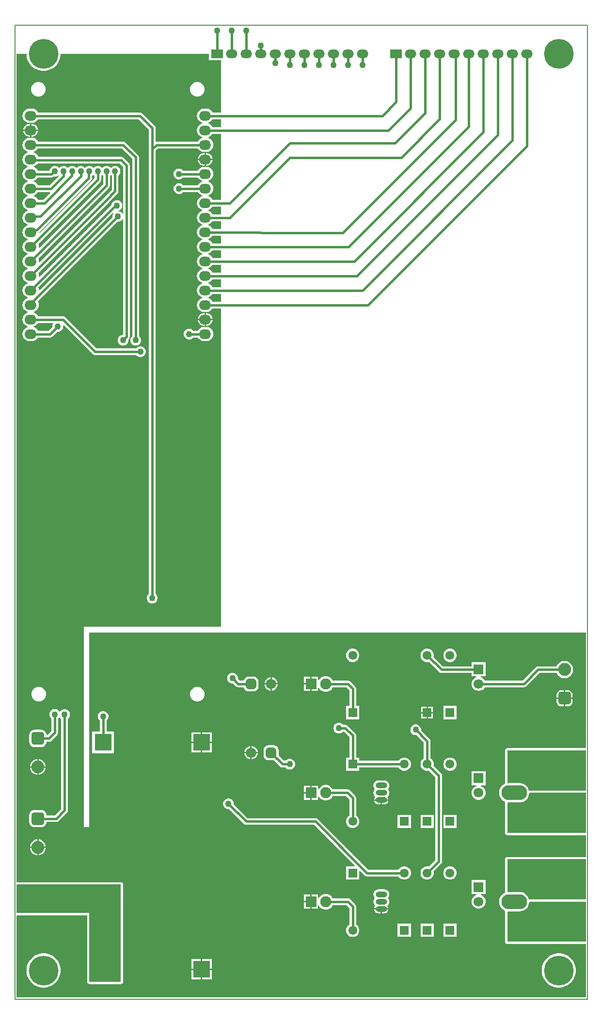
<source format=gbl>
G04*
G04 #@! TF.GenerationSoftware,Altium Limited,Altium Designer,21.8.1 (53)*
G04*
G04 Layer_Physical_Order=2*
G04 Layer_Color=16711680*
%FSLAX25Y25*%
%MOIN*%
G70*
G04*
G04 #@! TF.SameCoordinates,A1411363-43AB-4F6E-8D2E-BD86F2085DDB*
G04*
G04*
G04 #@! TF.FilePolarity,Positive*
G04*
G01*
G75*
%ADD10C,0.00787*%
%ADD24C,0.07087*%
%ADD31R,0.07677X0.07677*%
%ADD32C,0.07677*%
%ADD35C,0.01500*%
G04:AMPARAMS|DCode=36|XSize=70.87mil|YSize=70.87mil|CornerRadius=17.72mil|HoleSize=0mil|Usage=FLASHONLY|Rotation=180.000|XOffset=0mil|YOffset=0mil|HoleType=Round|Shape=RoundedRectangle|*
%AMROUNDEDRECTD36*
21,1,0.07087,0.03543,0,0,180.0*
21,1,0.03543,0.07087,0,0,180.0*
1,1,0.03543,-0.01772,0.01772*
1,1,0.03543,0.01772,0.01772*
1,1,0.03543,0.01772,-0.01772*
1,1,0.03543,-0.01772,-0.01772*
%
%ADD36ROUNDEDRECTD36*%
%ADD37O,0.07953X0.05984*%
%ADD38R,0.07953X0.05984*%
%ADD39O,0.08268X0.06693*%
G04:AMPARAMS|DCode=40|XSize=88.58mil|YSize=88.58mil|CornerRadius=22.15mil|HoleSize=0mil|Usage=FLASHONLY|Rotation=90.000|XOffset=0mil|YOffset=0mil|HoleType=Round|Shape=RoundedRectangle|*
%AMROUNDEDRECTD40*
21,1,0.08858,0.04429,0,0,90.0*
21,1,0.04429,0.08858,0,0,90.0*
1,1,0.04429,0.02215,0.02215*
1,1,0.04429,0.02215,-0.02215*
1,1,0.04429,-0.02215,-0.02215*
1,1,0.04429,-0.02215,0.02215*
%
%ADD40ROUNDEDRECTD40*%
%ADD41C,0.08858*%
%ADD42R,0.06693X0.06693*%
%ADD43C,0.06693*%
%ADD44C,0.06102*%
%ADD45R,0.06102X0.06102*%
%ADD46O,0.07874X0.03937*%
%ADD47O,0.07874X0.03937*%
%ADD48O,0.17717X0.10236*%
%ADD49C,0.20472*%
%ADD50R,0.11811X0.11811*%
%ADD51C,0.04331*%
G36*
X879900Y1068129D02*
X888132D01*
Y1032278D01*
X882349D01*
X882287Y1032428D01*
X881510Y1033440D01*
X880498Y1034217D01*
X879319Y1034705D01*
X878054Y1034872D01*
X876479D01*
X875214Y1034705D01*
X874035Y1034217D01*
X873022Y1033440D01*
X872245Y1032428D01*
X871757Y1031249D01*
X871591Y1029984D01*
X871757Y1028718D01*
X872245Y1027539D01*
X873022Y1026527D01*
X874035Y1025750D01*
X875214Y1025262D01*
X875412Y1025236D01*
Y1024731D01*
X875214Y1024705D01*
X874035Y1024217D01*
X873022Y1023440D01*
X872245Y1022428D01*
X871757Y1021249D01*
X871591Y1019983D01*
X871757Y1018718D01*
X872245Y1017539D01*
X873022Y1016527D01*
X874035Y1015750D01*
X875214Y1015262D01*
X875412Y1015236D01*
Y1014731D01*
X875214Y1014705D01*
X874035Y1014217D01*
X873022Y1013440D01*
X872245Y1012428D01*
X872183Y1012278D01*
X843743D01*
X843569Y1012243D01*
X843182Y1012560D01*
Y1021428D01*
X843008Y1022305D01*
X842510Y1023050D01*
X833954Y1031606D01*
X833210Y1032103D01*
X832332Y1032278D01*
X762349D01*
X762287Y1032428D01*
X761510Y1033440D01*
X760498Y1034217D01*
X759319Y1034705D01*
X758054Y1034872D01*
X756479D01*
X755214Y1034705D01*
X754035Y1034217D01*
X753022Y1033440D01*
X752245Y1032428D01*
X751757Y1031249D01*
X751590Y1029984D01*
X751757Y1028718D01*
X752245Y1027539D01*
X753022Y1026527D01*
X754035Y1025750D01*
X755214Y1025262D01*
X756479Y1025095D01*
X758054D01*
X759319Y1025262D01*
X760498Y1025750D01*
X761510Y1026527D01*
X762287Y1027539D01*
X762349Y1027689D01*
X831382D01*
X838594Y1020477D01*
Y1007129D01*
Y701495D01*
X837955Y700856D01*
X837473Y700020D01*
X837223Y699088D01*
Y698123D01*
X837473Y697191D01*
X837955Y696355D01*
X838638Y695673D01*
X839474Y695190D01*
X840406Y694940D01*
X841371D01*
X842303Y695190D01*
X843139Y695673D01*
X843821Y696355D01*
X844304Y697191D01*
X844554Y698123D01*
Y699088D01*
X844304Y700020D01*
X843821Y700856D01*
X843182Y701495D01*
Y1006178D01*
X844693Y1007689D01*
X872183D01*
X872245Y1007539D01*
X873022Y1006527D01*
X874035Y1005750D01*
X875214Y1005262D01*
X876479Y1005095D01*
X878054D01*
X879319Y1005262D01*
X880498Y1005750D01*
X881510Y1006527D01*
X882287Y1007539D01*
X882775Y1008718D01*
X882942Y1009984D01*
X882775Y1011249D01*
X882287Y1012428D01*
X881510Y1013440D01*
X880498Y1014217D01*
X879319Y1014705D01*
X879120Y1014731D01*
Y1015236D01*
X879319Y1015262D01*
X880498Y1015750D01*
X881510Y1016527D01*
X882287Y1017539D01*
X882349Y1017689D01*
X888132D01*
Y972278D01*
X882349D01*
X882287Y972428D01*
X881510Y973440D01*
X880498Y974217D01*
X879319Y974705D01*
X879120Y974731D01*
Y975236D01*
X879319Y975262D01*
X880498Y975750D01*
X881510Y976527D01*
X882287Y977539D01*
X882775Y978718D01*
X882942Y979984D01*
X882775Y981249D01*
X882287Y982428D01*
X881510Y983440D01*
X880498Y984217D01*
X879319Y984705D01*
X879120Y984731D01*
Y985236D01*
X879319Y985262D01*
X880498Y985750D01*
X881510Y986527D01*
X882287Y987539D01*
X882775Y988718D01*
X882942Y989983D01*
X882775Y991249D01*
X882287Y992428D01*
X881510Y993440D01*
X880498Y994217D01*
X879319Y994705D01*
X878054Y994872D01*
X876479D01*
X875214Y994705D01*
X874035Y994217D01*
X873022Y993440D01*
X872245Y992428D01*
X872183Y992278D01*
X861948D01*
X861309Y992916D01*
X860473Y993399D01*
X859541Y993649D01*
X858576D01*
X857643Y993399D01*
X856808Y992916D01*
X856125Y992234D01*
X855643Y991398D01*
X855393Y990466D01*
Y989501D01*
X855643Y988569D01*
X856125Y987733D01*
X856808Y987051D01*
X857643Y986568D01*
X858576Y986318D01*
X859541D01*
X860473Y986568D01*
X861309Y987051D01*
X861948Y987689D01*
X872183D01*
X872245Y987539D01*
X873022Y986527D01*
X874035Y985750D01*
X875214Y985262D01*
X875412Y985236D01*
Y984731D01*
X875214Y984705D01*
X874035Y984217D01*
X873022Y983440D01*
X872245Y982428D01*
X872183Y982278D01*
X862152D01*
X861513Y982917D01*
X860678Y983399D01*
X859745Y983649D01*
X858780D01*
X857848Y983399D01*
X857012Y982917D01*
X856330Y982234D01*
X855847Y981398D01*
X855597Y980466D01*
Y979501D01*
X855847Y978569D01*
X856330Y977733D01*
X857012Y977050D01*
X857848Y976568D01*
X858780Y976318D01*
X859745D01*
X860678Y976568D01*
X861513Y977050D01*
X862152Y977689D01*
X872183D01*
X872245Y977539D01*
X873022Y976527D01*
X874035Y975750D01*
X875214Y975262D01*
X875412Y975236D01*
Y974731D01*
X875214Y974705D01*
X874035Y974217D01*
X873022Y973440D01*
X872245Y972428D01*
X871757Y971249D01*
X871591Y969983D01*
X871757Y968718D01*
X872245Y967539D01*
X873022Y966527D01*
X874035Y965750D01*
X875214Y965262D01*
X875412Y965236D01*
Y964731D01*
X875214Y964705D01*
X874035Y964217D01*
X873022Y963440D01*
X872245Y962428D01*
X871757Y961249D01*
X871591Y959984D01*
X871757Y958718D01*
X872245Y957539D01*
X873022Y956527D01*
X874035Y955750D01*
X875214Y955262D01*
X875412Y955236D01*
Y954731D01*
X875214Y954705D01*
X874035Y954217D01*
X873022Y953440D01*
X872245Y952428D01*
X871757Y951249D01*
X871591Y949984D01*
X871757Y948718D01*
X872245Y947539D01*
X873022Y946527D01*
X874035Y945750D01*
X875214Y945262D01*
X875412Y945236D01*
Y944731D01*
X875214Y944705D01*
X874035Y944217D01*
X873022Y943440D01*
X872245Y942428D01*
X871757Y941249D01*
X871591Y939983D01*
X871757Y938718D01*
X872245Y937539D01*
X873022Y936527D01*
X874035Y935750D01*
X875214Y935262D01*
X875412Y935236D01*
Y934731D01*
X875214Y934705D01*
X874035Y934217D01*
X873022Y933440D01*
X872245Y932428D01*
X871757Y931249D01*
X871591Y929984D01*
X871757Y928718D01*
X872245Y927539D01*
X873022Y926527D01*
X874035Y925750D01*
X875214Y925262D01*
X875412Y925236D01*
Y924731D01*
X875214Y924705D01*
X874035Y924217D01*
X873022Y923440D01*
X872245Y922428D01*
X871757Y921249D01*
X871591Y919983D01*
X871757Y918718D01*
X872245Y917539D01*
X873022Y916527D01*
X874035Y915750D01*
X875214Y915262D01*
X875412Y915236D01*
Y914731D01*
X875214Y914705D01*
X874035Y914217D01*
X873022Y913440D01*
X872245Y912428D01*
X871757Y911249D01*
X871591Y909984D01*
X871757Y908718D01*
X872245Y907539D01*
X873022Y906527D01*
X874035Y905750D01*
X875214Y905262D01*
X875412Y905236D01*
Y904731D01*
X875214Y904705D01*
X874035Y904217D01*
X873022Y903440D01*
X872245Y902428D01*
X871757Y901249D01*
X871591Y899984D01*
X871757Y898718D01*
X872245Y897539D01*
X873022Y896527D01*
X874035Y895750D01*
X875214Y895262D01*
X876479Y895095D01*
X878054D01*
X879319Y895262D01*
X880498Y895750D01*
X881510Y896527D01*
X882287Y897539D01*
X882349Y897689D01*
X888132D01*
Y678921D01*
X793644D01*
Y541125D01*
X797581D01*
Y674983D01*
X1139081Y674984D01*
X1139081Y595443D01*
X1084983D01*
X1084398Y595327D01*
X1083901Y594995D01*
X1083570Y594499D01*
X1083453Y593914D01*
Y571673D01*
X1083461Y571635D01*
X1083455Y571598D01*
X1083519Y571344D01*
X1083570Y571088D01*
X1083192Y570769D01*
X1083187Y570766D01*
X1082272Y570277D01*
X1081265Y569450D01*
X1080438Y568442D01*
X1079823Y567292D01*
X1079445Y566045D01*
X1079317Y564747D01*
X1079445Y563450D01*
X1079823Y562202D01*
X1080438Y561053D01*
X1081265Y560045D01*
X1082272Y559218D01*
X1083187Y558729D01*
X1083192Y558726D01*
X1083570Y558407D01*
X1083519Y558151D01*
X1083455Y557897D01*
X1083461Y557859D01*
X1083453Y557822D01*
Y537188D01*
X1083570Y536603D01*
X1083901Y536107D01*
X1084398Y535775D01*
X1084983Y535659D01*
X1139081Y535659D01*
X1139081Y535159D01*
Y521140D01*
X1139081Y520640D01*
X1084983D01*
X1084398Y520524D01*
X1083901Y520192D01*
X1083570Y519696D01*
X1083453Y519110D01*
Y496870D01*
X1083461Y496832D01*
X1083455Y496795D01*
X1083519Y496541D01*
X1083570Y496284D01*
X1083192Y495965D01*
X1083187Y495963D01*
X1082272Y495473D01*
X1081265Y494647D01*
X1080438Y493639D01*
X1079823Y492489D01*
X1079445Y491242D01*
X1079317Y489944D01*
X1079445Y488647D01*
X1079823Y487399D01*
X1080438Y486249D01*
X1081265Y485242D01*
X1082272Y484415D01*
X1083187Y483926D01*
X1083192Y483923D01*
X1083570Y483604D01*
X1083519Y483347D01*
X1083455Y483094D01*
X1083461Y483056D01*
X1083453Y483019D01*
Y462385D01*
X1083570Y461800D01*
X1083901Y461304D01*
X1084398Y460972D01*
X1084983Y460856D01*
X1139081Y460856D01*
Y424035D01*
X747420D01*
Y480541D01*
X796052D01*
Y434826D01*
X796168Y434241D01*
X796500Y433745D01*
X796996Y433413D01*
X797581Y433297D01*
X819235D01*
X819820Y433413D01*
X820316Y433745D01*
X820648Y434241D01*
X820764Y434826D01*
Y501755D01*
X820648Y502340D01*
X820316Y502837D01*
X819820Y503168D01*
X819235Y503285D01*
X797581D01*
D01*
X747420D01*
X747420Y503785D01*
X747420Y1072621D01*
X754349D01*
Y1071698D01*
X754638Y1069873D01*
X755209Y1068116D01*
X756047Y1066470D01*
X757133Y1064976D01*
X758439Y1063669D01*
X759934Y1062584D01*
X761580Y1061745D01*
X763337Y1061174D01*
X765161Y1060885D01*
X767009D01*
X768833Y1061174D01*
X770590Y1061745D01*
X772236Y1062584D01*
X773731Y1063669D01*
X775037Y1064976D01*
X776123Y1066470D01*
X776962Y1068116D01*
X777532Y1069873D01*
X777821Y1071698D01*
Y1072621D01*
X879900D01*
Y1068129D01*
D02*
G37*
G36*
X888132Y1022278D02*
X882349D01*
X882287Y1022428D01*
X881510Y1023440D01*
X880498Y1024217D01*
X879319Y1024705D01*
X879120Y1024731D01*
Y1025236D01*
X879319Y1025262D01*
X880498Y1025750D01*
X881510Y1026527D01*
X882287Y1027539D01*
X882349Y1027689D01*
X888132D01*
Y1022278D01*
D02*
G37*
G36*
Y962278D02*
X882349D01*
X882287Y962428D01*
X881510Y963440D01*
X880498Y964217D01*
X879319Y964705D01*
X879120Y964731D01*
Y965236D01*
X879319Y965262D01*
X880498Y965750D01*
X881510Y966527D01*
X882287Y967539D01*
X882349Y967689D01*
X888132D01*
Y962278D01*
D02*
G37*
G36*
Y952278D02*
X882349D01*
X882287Y952428D01*
X881510Y953440D01*
X880498Y954217D01*
X879319Y954705D01*
X879120Y954731D01*
Y955236D01*
X879319Y955262D01*
X880498Y955750D01*
X881510Y956527D01*
X882287Y957539D01*
X882349Y957689D01*
X888132D01*
Y952278D01*
D02*
G37*
G36*
Y942278D02*
X882349D01*
X882287Y942428D01*
X881510Y943440D01*
X880498Y944217D01*
X879319Y944705D01*
X879120Y944731D01*
Y945236D01*
X879319Y945262D01*
X880498Y945750D01*
X881510Y946527D01*
X882287Y947539D01*
X882349Y947689D01*
X888132D01*
Y942278D01*
D02*
G37*
G36*
Y932278D02*
X882349D01*
X882287Y932428D01*
X881510Y933440D01*
X880498Y934217D01*
X879319Y934705D01*
X879120Y934731D01*
Y935236D01*
X879319Y935262D01*
X880498Y935750D01*
X881510Y936527D01*
X882287Y937539D01*
X882349Y937689D01*
X888132D01*
Y932278D01*
D02*
G37*
G36*
Y922278D02*
X882349D01*
X882287Y922428D01*
X881510Y923440D01*
X880498Y924217D01*
X879319Y924705D01*
X879120Y924731D01*
Y925236D01*
X879319Y925262D01*
X880498Y925750D01*
X881510Y926527D01*
X882287Y927539D01*
X882349Y927689D01*
X888132D01*
Y922278D01*
D02*
G37*
G36*
Y912278D02*
X882349D01*
X882287Y912428D01*
X881510Y913440D01*
X880498Y914217D01*
X879319Y914705D01*
X879120Y914731D01*
Y915236D01*
X879319Y915262D01*
X880498Y915750D01*
X881510Y916527D01*
X882287Y917539D01*
X882349Y917689D01*
X888132D01*
Y912278D01*
D02*
G37*
G36*
Y902278D02*
X882349D01*
X882287Y902428D01*
X881510Y903440D01*
X880498Y904217D01*
X879319Y904705D01*
X879120Y904731D01*
Y905236D01*
X879319Y905262D01*
X880498Y905750D01*
X881510Y906527D01*
X882287Y907539D01*
X882349Y907689D01*
X888132D01*
Y902278D01*
D02*
G37*
G36*
X1139081Y566355D02*
X1099876Y566355D01*
X1099591Y567292D01*
X1098977Y568442D01*
X1098150Y569450D01*
X1097142Y570277D01*
X1095992Y570891D01*
X1094745Y571270D01*
X1093447Y571397D01*
X1085967D01*
X1085353Y571337D01*
X1084983Y571673D01*
Y593914D01*
X1139081D01*
Y566355D01*
D02*
G37*
G36*
Y537188D02*
X1084983Y537188D01*
Y557822D01*
X1085353Y558158D01*
X1085967Y558097D01*
X1093447D01*
X1094745Y558225D01*
X1095992Y558603D01*
X1097142Y559218D01*
X1098150Y560045D01*
X1098977Y561053D01*
X1099591Y562202D01*
X1099970Y563450D01*
X1100097Y564747D01*
X1139081D01*
Y537188D01*
D02*
G37*
G36*
Y491551D02*
X1103735Y491551D01*
X1099876D01*
X1099591Y492489D01*
X1098977Y493639D01*
X1098150Y494647D01*
X1097142Y495473D01*
X1095992Y496088D01*
X1094745Y496466D01*
X1093447Y496594D01*
X1085967D01*
X1085353Y496534D01*
X1084983Y496870D01*
Y519110D01*
X1139081D01*
Y491551D01*
D02*
G37*
G36*
X1139081Y462385D02*
X1084983Y462385D01*
Y483019D01*
X1085353Y483355D01*
X1085967Y483294D01*
X1093447D01*
X1094745Y483422D01*
X1095992Y483800D01*
X1097142Y484415D01*
X1098150Y485242D01*
X1098977Y486249D01*
X1099591Y487399D01*
X1099970Y488647D01*
X1100097Y489944D01*
X1139081D01*
X1139081Y462385D01*
D02*
G37*
G36*
X819235Y434826D02*
X797581D01*
Y482070D01*
X747420D01*
X747420Y501755D01*
X819235D01*
Y434826D01*
D02*
G37*
%LPC*%
G36*
X872477Y1053216D02*
X871150D01*
X869867Y1052872D01*
X868717Y1052208D01*
X867778Y1051269D01*
X867114Y1050119D01*
X866770Y1048836D01*
Y1047509D01*
X867114Y1046226D01*
X867778Y1045076D01*
X868717Y1044137D01*
X869867Y1043473D01*
X871150Y1043129D01*
X872477D01*
X873760Y1043473D01*
X874910Y1044137D01*
X875849Y1045076D01*
X876513Y1046226D01*
X876857Y1047509D01*
Y1048836D01*
X876513Y1050119D01*
X875849Y1051269D01*
X874910Y1052208D01*
X873760Y1052872D01*
X872477Y1053216D01*
D02*
G37*
G36*
X763245D02*
X761917D01*
X760635Y1052872D01*
X759484Y1052208D01*
X758545Y1051269D01*
X757881Y1050119D01*
X757538Y1048836D01*
Y1047509D01*
X757881Y1046226D01*
X758545Y1045076D01*
X759484Y1044137D01*
X760635Y1043473D01*
X761917Y1043129D01*
X763245D01*
X764528Y1043473D01*
X765678Y1044137D01*
X766617Y1045076D01*
X767281Y1046226D01*
X767624Y1047509D01*
Y1048836D01*
X767281Y1050119D01*
X766617Y1051269D01*
X765678Y1052208D01*
X764528Y1052872D01*
X763245Y1053216D01*
D02*
G37*
G36*
X758054Y1024368D02*
X757766D01*
Y1020483D01*
X762372D01*
X762288Y1021118D01*
X761850Y1022176D01*
X761154Y1023083D01*
X760246Y1023780D01*
X759188Y1024218D01*
X758054Y1024368D01*
D02*
G37*
G36*
X756766D02*
X756479D01*
X755344Y1024218D01*
X754287Y1023780D01*
X753379Y1023083D01*
X752682Y1022176D01*
X752244Y1021118D01*
X752161Y1020483D01*
X756766D01*
Y1024368D01*
D02*
G37*
G36*
X762372Y1019483D02*
X757766D01*
Y1015600D01*
X758054D01*
X759188Y1015749D01*
X760246Y1016187D01*
X761154Y1016884D01*
X761850Y1017791D01*
X762288Y1018849D01*
X762372Y1019483D01*
D02*
G37*
G36*
X756766D02*
X752161D01*
X752244Y1018849D01*
X752682Y1017791D01*
X753379Y1016884D01*
X754287Y1016187D01*
X755344Y1015749D01*
X756479Y1015600D01*
X756766D01*
Y1019483D01*
D02*
G37*
G36*
X878054Y1004368D02*
X877766D01*
Y1000484D01*
X882372D01*
X882288Y1001118D01*
X881850Y1002176D01*
X881153Y1003083D01*
X880246Y1003780D01*
X879188Y1004218D01*
X878054Y1004368D01*
D02*
G37*
G36*
X876766D02*
X876479D01*
X875344Y1004218D01*
X874287Y1003780D01*
X873379Y1003083D01*
X872682Y1002176D01*
X872244Y1001118D01*
X872161Y1000484D01*
X876766D01*
Y1004368D01*
D02*
G37*
G36*
X882372Y999483D02*
X877766D01*
Y995600D01*
X878054D01*
X879188Y995749D01*
X880246Y996187D01*
X881153Y996884D01*
X881850Y997791D01*
X882288Y998849D01*
X882372Y999483D01*
D02*
G37*
G36*
X876766D02*
X872161D01*
X872244Y998849D01*
X872682Y997791D01*
X873379Y996884D01*
X874287Y996187D01*
X875344Y995749D01*
X876479Y995600D01*
X876766D01*
Y999483D01*
D02*
G37*
G36*
X878054Y894368D02*
X877766D01*
Y890483D01*
X882372D01*
X882288Y891118D01*
X881850Y892175D01*
X881153Y893083D01*
X880246Y893780D01*
X879188Y894218D01*
X878054Y894368D01*
D02*
G37*
G36*
X876766D02*
X876479D01*
X875344Y894218D01*
X874287Y893780D01*
X873379Y893083D01*
X872682Y892175D01*
X872244Y891118D01*
X872161Y890483D01*
X876766D01*
Y894368D01*
D02*
G37*
G36*
X882372Y889484D02*
X877766D01*
Y885600D01*
X878054D01*
X879188Y885749D01*
X880246Y886187D01*
X881153Y886884D01*
X881850Y887792D01*
X882288Y888849D01*
X882372Y889484D01*
D02*
G37*
G36*
X876766D02*
X872161D01*
X872244Y888849D01*
X872682Y887792D01*
X873379Y886884D01*
X874287Y886187D01*
X875344Y885749D01*
X876479Y885600D01*
X876766D01*
Y889484D01*
D02*
G37*
G36*
X878054Y884872D02*
X876479D01*
X875214Y884705D01*
X874035Y884217D01*
X873022Y883440D01*
X872245Y882428D01*
X872183Y882278D01*
X869117D01*
X868478Y882917D01*
X867642Y883399D01*
X866710Y883649D01*
X865745D01*
X864812Y883399D01*
X863977Y882917D01*
X863294Y882234D01*
X862812Y881398D01*
X862562Y880466D01*
Y879501D01*
X862812Y878569D01*
X863294Y877733D01*
X863977Y877050D01*
X864812Y876568D01*
X865745Y876318D01*
X866710D01*
X867642Y876568D01*
X868478Y877050D01*
X869117Y877689D01*
X872183D01*
X872245Y877539D01*
X873022Y876527D01*
X874035Y875750D01*
X875214Y875262D01*
X876479Y875095D01*
X878054D01*
X879319Y875262D01*
X880498Y875750D01*
X881510Y876527D01*
X882287Y877539D01*
X882775Y878718D01*
X882942Y879984D01*
X882775Y881249D01*
X882287Y882428D01*
X881510Y883440D01*
X880498Y884217D01*
X879319Y884705D01*
X878054Y884872D01*
D02*
G37*
G36*
X758054Y1014872D02*
X756479D01*
X755214Y1014705D01*
X754035Y1014217D01*
X753022Y1013440D01*
X752245Y1012428D01*
X751757Y1011249D01*
X751590Y1009984D01*
X751757Y1008718D01*
X752245Y1007539D01*
X753022Y1006527D01*
X754035Y1005750D01*
X755214Y1005262D01*
X755412Y1005236D01*
Y1004731D01*
X755214Y1004705D01*
X754035Y1004217D01*
X753022Y1003440D01*
X752245Y1002428D01*
X751757Y1001249D01*
X751590Y999984D01*
X751757Y998718D01*
X752245Y997539D01*
X753022Y996527D01*
X754035Y995750D01*
X755214Y995262D01*
X755412Y995236D01*
Y994731D01*
X755214Y994705D01*
X754035Y994217D01*
X753022Y993440D01*
X752245Y992428D01*
X751757Y991249D01*
X751590Y989983D01*
X751757Y988718D01*
X752245Y987539D01*
X753022Y986527D01*
X754035Y985750D01*
X755214Y985262D01*
X755412Y985236D01*
Y984731D01*
X755214Y984705D01*
X754035Y984217D01*
X753022Y983440D01*
X752245Y982428D01*
X751757Y981249D01*
X751590Y979984D01*
X751757Y978718D01*
X752245Y977539D01*
X753022Y976527D01*
X754035Y975750D01*
X755214Y975262D01*
X755412Y975236D01*
Y974731D01*
X755214Y974705D01*
X754035Y974217D01*
X753022Y973440D01*
X752245Y972428D01*
X751757Y971249D01*
X751590Y969983D01*
X751757Y968718D01*
X752245Y967539D01*
X753022Y966527D01*
X754035Y965750D01*
X755214Y965262D01*
X755412Y965236D01*
Y964731D01*
X755214Y964705D01*
X754035Y964217D01*
X753022Y963440D01*
X752245Y962428D01*
X751757Y961249D01*
X751590Y959984D01*
X751757Y958718D01*
X752245Y957539D01*
X753022Y956527D01*
X754035Y955750D01*
X755214Y955262D01*
X755412Y955236D01*
Y954731D01*
X755214Y954705D01*
X754035Y954217D01*
X753022Y953440D01*
X752245Y952428D01*
X751757Y951249D01*
X751590Y949984D01*
X751757Y948718D01*
X752245Y947539D01*
X753022Y946527D01*
X754035Y945750D01*
X755214Y945262D01*
X755412Y945236D01*
Y944731D01*
X755214Y944705D01*
X754035Y944217D01*
X753022Y943440D01*
X752245Y942428D01*
X751757Y941249D01*
X751590Y939983D01*
X751757Y938718D01*
X752245Y937539D01*
X753022Y936527D01*
X754035Y935750D01*
X755214Y935262D01*
X755412Y935236D01*
Y934731D01*
X755214Y934705D01*
X754035Y934217D01*
X753022Y933440D01*
X752245Y932428D01*
X751757Y931249D01*
X751590Y929984D01*
X751757Y928718D01*
X752245Y927539D01*
X753022Y926527D01*
X754035Y925750D01*
X755214Y925262D01*
X755412Y925236D01*
Y924731D01*
X755214Y924705D01*
X754035Y924217D01*
X753022Y923440D01*
X752245Y922428D01*
X751757Y921249D01*
X751590Y919983D01*
X751757Y918718D01*
X752245Y917539D01*
X753022Y916527D01*
X754035Y915750D01*
X755214Y915262D01*
X755412Y915236D01*
Y914731D01*
X755214Y914705D01*
X754035Y914217D01*
X753022Y913440D01*
X752245Y912428D01*
X751757Y911249D01*
X751590Y909984D01*
X751757Y908718D01*
X752245Y907539D01*
X753022Y906527D01*
X754035Y905750D01*
X755214Y905262D01*
X755412Y905236D01*
Y904731D01*
X755214Y904705D01*
X754035Y904217D01*
X753022Y903440D01*
X752245Y902428D01*
X751757Y901249D01*
X751590Y899984D01*
X751757Y898718D01*
X752245Y897539D01*
X753022Y896527D01*
X754035Y895750D01*
X755214Y895262D01*
X755412Y895236D01*
Y894731D01*
X755214Y894705D01*
X754035Y894217D01*
X753022Y893440D01*
X752245Y892428D01*
X751757Y891249D01*
X751590Y889983D01*
X751757Y888718D01*
X752245Y887539D01*
X753022Y886527D01*
X754035Y885750D01*
X755214Y885262D01*
X755412Y885236D01*
Y884731D01*
X755214Y884705D01*
X754035Y884217D01*
X753022Y883440D01*
X752245Y882428D01*
X751757Y881249D01*
X751590Y879984D01*
X751757Y878718D01*
X752245Y877539D01*
X753022Y876527D01*
X754035Y875750D01*
X755214Y875262D01*
X756479Y875095D01*
X758054D01*
X759319Y875262D01*
X760498Y875750D01*
X761510Y876527D01*
X762287Y877539D01*
X762349Y877689D01*
X770577D01*
X771455Y877864D01*
X772199Y878361D01*
X775507Y881669D01*
X776410D01*
X777342Y881918D01*
X778178Y882401D01*
X778861Y883083D01*
X779343Y883919D01*
X779593Y884851D01*
Y885816D01*
X779573Y885890D01*
X780021Y886149D01*
X799896Y866275D01*
X800640Y865777D01*
X801518Y865603D01*
X829769D01*
X830408Y864964D01*
X831244Y864481D01*
X832176Y864232D01*
X833141D01*
X834074Y864481D01*
X834909Y864964D01*
X835592Y865646D01*
X836074Y866482D01*
X836324Y867414D01*
Y868379D01*
X836074Y869312D01*
X835592Y870148D01*
X834909Y870830D01*
X834074Y871313D01*
X833141Y871562D01*
X832176D01*
X831244Y871313D01*
X830408Y870830D01*
X829769Y870191D01*
X802468D01*
X781054Y891606D01*
X780309Y892103D01*
X779432Y892278D01*
X762349D01*
X762287Y892428D01*
X761510Y893440D01*
X760498Y894217D01*
X759319Y894705D01*
X759120Y894731D01*
Y895236D01*
X759319Y895262D01*
X760498Y895750D01*
X761510Y896527D01*
X762287Y897539D01*
X762775Y898718D01*
X762942Y899984D01*
X762775Y901249D01*
X762287Y902428D01*
X762155Y902600D01*
X816676Y957121D01*
X817580D01*
X818512Y957371D01*
X819348Y957854D01*
X820030Y958536D01*
X820378Y959137D01*
X820878Y959003D01*
Y879436D01*
X820365D01*
X819433Y879187D01*
X818597Y878704D01*
X817915Y878022D01*
X817432Y877186D01*
X817182Y876254D01*
Y875288D01*
X817432Y874356D01*
X817915Y873520D01*
X818597Y872838D01*
X819433Y872355D01*
X820365Y872106D01*
X821330D01*
X822262Y872355D01*
X823098Y872838D01*
X823781Y873520D01*
X824263Y874356D01*
X824513Y875288D01*
Y876192D01*
X824794Y876473D01*
X825291Y877217D01*
X825466Y878095D01*
Y995850D01*
X825291Y996728D01*
X824794Y997472D01*
X821160Y1001106D01*
X820416Y1001603D01*
X819538Y1001778D01*
X762556D01*
X762287Y1002428D01*
X761510Y1003440D01*
X760498Y1004217D01*
X759319Y1004705D01*
X759120Y1004731D01*
Y1005236D01*
X759319Y1005262D01*
X760498Y1005750D01*
X761510Y1006527D01*
X762287Y1007539D01*
X762349Y1007689D01*
X819899D01*
X827139Y1000449D01*
Y878660D01*
X826500Y878022D01*
X826017Y877186D01*
X825767Y876254D01*
Y875288D01*
X826017Y874356D01*
X826500Y873520D01*
X827182Y872838D01*
X828018Y872355D01*
X828950Y872106D01*
X829915D01*
X830847Y872355D01*
X831683Y872838D01*
X832366Y873520D01*
X832848Y874356D01*
X833098Y875288D01*
Y876254D01*
X832848Y877186D01*
X832366Y878022D01*
X831727Y878660D01*
Y1001400D01*
X831552Y1002278D01*
X831055Y1003022D01*
X822471Y1011606D01*
X821727Y1012103D01*
X820849Y1012278D01*
X762349D01*
X762287Y1012428D01*
X761510Y1013440D01*
X760498Y1014217D01*
X759319Y1014705D01*
X758054Y1014872D01*
D02*
G37*
G36*
X1046212Y663787D02*
X1045014D01*
X1043856Y663477D01*
X1042818Y662877D01*
X1041971Y662030D01*
X1041372Y660992D01*
X1041061Y659835D01*
Y658636D01*
X1041372Y657479D01*
X1041971Y656441D01*
X1042818Y655594D01*
X1043856Y654994D01*
X1045014Y654684D01*
X1046212D01*
X1047369Y654994D01*
X1048407Y655594D01*
X1049255Y656441D01*
X1049854Y657479D01*
X1050164Y658636D01*
Y659835D01*
X1049854Y660992D01*
X1049255Y662030D01*
X1048407Y662877D01*
X1047369Y663477D01*
X1046212Y663787D01*
D02*
G37*
G36*
X979283D02*
X978084D01*
X976927Y663477D01*
X975889Y662877D01*
X975042Y662030D01*
X974442Y660992D01*
X974132Y659835D01*
Y658636D01*
X974442Y657479D01*
X975042Y656441D01*
X975889Y655594D01*
X976927Y654994D01*
X978084Y654684D01*
X979283D01*
X980440Y654994D01*
X981478Y655594D01*
X982325Y656441D01*
X982924Y657479D01*
X983235Y658636D01*
Y659835D01*
X982924Y660992D01*
X982325Y662030D01*
X981478Y662877D01*
X980440Y663477D01*
X979283Y663787D01*
D02*
G37*
G36*
X1030464D02*
X1029265D01*
X1028108Y663477D01*
X1027070Y662877D01*
X1026223Y662030D01*
X1025624Y660992D01*
X1025313Y659835D01*
Y658636D01*
X1025624Y657479D01*
X1026223Y656441D01*
X1027070Y655594D01*
X1028108Y654994D01*
X1029265Y654684D01*
X1030464D01*
X1031022Y654834D01*
X1038085Y647771D01*
X1038829Y647273D01*
X1039707Y647099D01*
X1060451D01*
Y644704D01*
X1063874D01*
X1063940Y644204D01*
X1063427Y644067D01*
X1062322Y643429D01*
X1061420Y642526D01*
X1060781Y641421D01*
X1060451Y640189D01*
Y638912D01*
X1060781Y637680D01*
X1061420Y636575D01*
X1062322Y635672D01*
X1063427Y635034D01*
X1064660Y634704D01*
X1065936D01*
X1067168Y635034D01*
X1068274Y635672D01*
X1069176Y636575D01*
X1069569Y637256D01*
X1096400D01*
X1097278Y637431D01*
X1098022Y637928D01*
X1107193Y647099D01*
X1118885D01*
X1119098Y646585D01*
X1119747Y645613D01*
X1120573Y644788D01*
X1121544Y644139D01*
X1122623Y643692D01*
X1123769Y643464D01*
X1124937D01*
X1126082Y643692D01*
X1127161Y644139D01*
X1128132Y644788D01*
X1128958Y645613D01*
X1129607Y646585D01*
X1130054Y647663D01*
X1130282Y648809D01*
Y649977D01*
X1130054Y651122D01*
X1129607Y652202D01*
X1128958Y653173D01*
X1128132Y653998D01*
X1127161Y654647D01*
X1126082Y655094D01*
X1124937Y655322D01*
X1123769D01*
X1122623Y655094D01*
X1121544Y654647D01*
X1120573Y653998D01*
X1119747Y653173D01*
X1119098Y652202D01*
X1118885Y651687D01*
X1106243D01*
X1105365Y651512D01*
X1104620Y651015D01*
X1095450Y641845D01*
X1069569D01*
X1069176Y642526D01*
X1068274Y643429D01*
X1067168Y644067D01*
X1066656Y644204D01*
X1066722Y644704D01*
X1070144D01*
Y654397D01*
X1060451D01*
Y651687D01*
X1040657D01*
X1034266Y658078D01*
X1034416Y658636D01*
Y659835D01*
X1034106Y660992D01*
X1033506Y662030D01*
X1032659Y662877D01*
X1031621Y663477D01*
X1030464Y663787D01*
D02*
G37*
G36*
X960764Y644889D02*
X959359D01*
X958001Y644525D01*
X956783Y643822D01*
X955789Y642828D01*
X955400Y642154D01*
X954900Y642288D01*
Y644389D01*
X950562D01*
Y639550D01*
Y634712D01*
X954900D01*
Y636813D01*
X955400Y636947D01*
X955789Y636272D01*
X956783Y635279D01*
X958001Y634576D01*
X959359Y634212D01*
X960764D01*
X962122Y634576D01*
X963339Y635279D01*
X964333Y636272D01*
X964901Y637256D01*
X974481D01*
X976389Y635348D01*
Y624417D01*
X974132D01*
Y615314D01*
X983235D01*
Y624417D01*
X980978D01*
Y636298D01*
X980803Y637176D01*
X980306Y637920D01*
X977053Y641173D01*
X976309Y641670D01*
X975431Y641845D01*
X964901D01*
X964333Y642828D01*
X963339Y643822D01*
X962122Y644525D01*
X960764Y644889D01*
D02*
G37*
G36*
X923179Y644094D02*
X923081D01*
Y640050D01*
X927125D01*
Y640149D01*
X926815Y641304D01*
X926217Y642340D01*
X925371Y643186D01*
X924335Y643784D01*
X923179Y644094D01*
D02*
G37*
G36*
X949562Y644389D02*
X945223D01*
Y640050D01*
X949562D01*
Y644389D01*
D02*
G37*
G36*
X922081Y644094D02*
X921983D01*
X920827Y643784D01*
X919792Y643186D01*
X918946Y642340D01*
X918347Y641304D01*
X918038Y640149D01*
Y640050D01*
X922081D01*
Y644094D01*
D02*
G37*
G36*
X927125Y639050D02*
X923081D01*
Y635007D01*
X923179D01*
X924335Y635317D01*
X925371Y635915D01*
X926217Y636761D01*
X926815Y637797D01*
X927125Y638952D01*
Y639050D01*
D02*
G37*
G36*
X922081D02*
X918038D01*
Y638952D01*
X918347Y637797D01*
X918946Y636761D01*
X919792Y635915D01*
X920827Y635317D01*
X921983Y635007D01*
X922081D01*
Y639050D01*
D02*
G37*
G36*
X949562D02*
X945223D01*
Y634712D01*
X949562D01*
Y639050D01*
D02*
G37*
G36*
X896489Y647153D02*
X895524D01*
X894592Y646903D01*
X893756Y646420D01*
X893073Y645738D01*
X892591Y644902D01*
X892341Y643970D01*
Y643005D01*
X892591Y642073D01*
X893073Y641237D01*
X893756Y640554D01*
X894592Y640072D01*
X895524Y639822D01*
X896427D01*
X898321Y637928D01*
X899065Y637431D01*
X899943Y637256D01*
X903799D01*
X903843Y636925D01*
X904172Y636129D01*
X904697Y635445D01*
X905380Y634921D01*
X906176Y634591D01*
X907030Y634479D01*
X910573D01*
X911427Y634591D01*
X912223Y634921D01*
X912907Y635445D01*
X913431Y636129D01*
X913761Y636925D01*
X913873Y637779D01*
Y641322D01*
X913761Y642176D01*
X913431Y642972D01*
X912907Y643655D01*
X912223Y644180D01*
X911427Y644510D01*
X910573Y644622D01*
X907030D01*
X906176Y644510D01*
X905380Y644180D01*
X904697Y643655D01*
X904172Y642972D01*
X903843Y642176D01*
X903799Y641845D01*
X900894D01*
X899672Y643066D01*
Y643970D01*
X899422Y644902D01*
X898939Y645738D01*
X898257Y646420D01*
X897421Y646903D01*
X896489Y647153D01*
D02*
G37*
G36*
X1126567Y635165D02*
X1124853D01*
Y630208D01*
X1129810D01*
Y631922D01*
X1129699Y632762D01*
X1129375Y633544D01*
X1128860Y634215D01*
X1128189Y634730D01*
X1127407Y635054D01*
X1126567Y635165D01*
D02*
G37*
G36*
X1123853D02*
X1122138D01*
X1121299Y635054D01*
X1120517Y634730D01*
X1119846Y634215D01*
X1119330Y633544D01*
X1119006Y632762D01*
X1118896Y631922D01*
Y630208D01*
X1123853D01*
Y635165D01*
D02*
G37*
G36*
X872477Y637546D02*
X871150D01*
X869867Y637203D01*
X868717Y636539D01*
X867778Y635600D01*
X867114Y634450D01*
X866770Y633167D01*
Y631839D01*
X867114Y630557D01*
X867778Y629406D01*
X868717Y628468D01*
X869867Y627804D01*
X871150Y627460D01*
X872477D01*
X873760Y627804D01*
X874910Y628468D01*
X875849Y629406D01*
X876513Y630557D01*
X876857Y631839D01*
Y633167D01*
X876513Y634450D01*
X875849Y635600D01*
X874910Y636539D01*
X873760Y637203D01*
X872477Y637546D01*
D02*
G37*
G36*
X763383D02*
X762055D01*
X760772Y637203D01*
X759622Y636539D01*
X758683Y635600D01*
X758019Y634450D01*
X757676Y633167D01*
Y631839D01*
X758019Y630557D01*
X758683Y629406D01*
X759622Y628468D01*
X760772Y627804D01*
X762055Y627460D01*
X763383D01*
X764666Y627804D01*
X765816Y628468D01*
X766755Y629406D01*
X767419Y630557D01*
X767762Y631839D01*
Y633167D01*
X767419Y634450D01*
X766755Y635600D01*
X765816Y636539D01*
X764666Y637203D01*
X763383Y637546D01*
D02*
G37*
G36*
X1129810Y629208D02*
X1124853D01*
Y624251D01*
X1126567D01*
X1127407Y624362D01*
X1128189Y624685D01*
X1128860Y625201D01*
X1129375Y625872D01*
X1129699Y626654D01*
X1129810Y627493D01*
Y629208D01*
D02*
G37*
G36*
X1123853D02*
X1118896D01*
Y627493D01*
X1119006Y626654D01*
X1119330Y625872D01*
X1119846Y625201D01*
X1120517Y624685D01*
X1121299Y624362D01*
X1122138Y624251D01*
X1123853D01*
Y629208D01*
D02*
G37*
G36*
X1033916Y623917D02*
X1030365D01*
Y620365D01*
X1033916D01*
Y623917D01*
D02*
G37*
G36*
X1029365D02*
X1025813D01*
Y620365D01*
X1029365D01*
Y623917D01*
D02*
G37*
G36*
X1033916Y619365D02*
X1030365D01*
Y615814D01*
X1033916D01*
Y619365D01*
D02*
G37*
G36*
X1029365D02*
X1025813D01*
Y615814D01*
X1029365D01*
Y619365D01*
D02*
G37*
G36*
X1050164Y624417D02*
X1041061D01*
Y615314D01*
X1050164D01*
Y624417D01*
D02*
G37*
G36*
X881652Y606298D02*
X875247D01*
Y599893D01*
X881652D01*
Y606298D01*
D02*
G37*
G36*
X874247D02*
X867841D01*
Y599893D01*
X874247D01*
Y606298D01*
D02*
G37*
G36*
X909400Y596850D02*
X909302D01*
Y592806D01*
X913345D01*
Y592905D01*
X913035Y594060D01*
X912437Y595096D01*
X911591Y595942D01*
X910555Y596540D01*
X909400Y596850D01*
D02*
G37*
G36*
X908302D02*
X908204D01*
X907048Y596540D01*
X906012Y595942D01*
X905166Y595096D01*
X904568Y594060D01*
X904258Y592905D01*
Y592806D01*
X908302D01*
Y596850D01*
D02*
G37*
G36*
X881652Y598893D02*
X875247D01*
Y592487D01*
X881652D01*
Y598893D01*
D02*
G37*
G36*
X874247D02*
X867841D01*
Y592487D01*
X874247D01*
Y598893D01*
D02*
G37*
G36*
X807512Y620923D02*
X806547D01*
X805615Y620673D01*
X804779Y620191D01*
X804097Y619508D01*
X803614Y618673D01*
X803365Y617740D01*
Y616775D01*
X803614Y615843D01*
X804097Y615007D01*
X804736Y614368D01*
Y606799D01*
X799624D01*
Y591988D01*
X814435D01*
Y606799D01*
X809324D01*
Y614368D01*
X809963Y615007D01*
X810445Y615843D01*
X810695Y616775D01*
Y617740D01*
X810445Y618673D01*
X809963Y619508D01*
X809281Y620191D01*
X808445Y620673D01*
X807512Y620923D01*
D02*
G37*
G36*
X913345Y591806D02*
X909302D01*
Y587763D01*
X909400D01*
X910555Y588073D01*
X911591Y588671D01*
X912437Y589517D01*
X913035Y590553D01*
X913345Y591708D01*
Y591806D01*
D02*
G37*
G36*
X908302D02*
X904258D01*
Y591708D01*
X904568Y590553D01*
X905166Y589517D01*
X906012Y588671D01*
X907048Y588073D01*
X908204Y587763D01*
X908302D01*
Y591806D01*
D02*
G37*
G36*
X762863Y587893D02*
X762648D01*
Y582964D01*
X767577D01*
Y583179D01*
X767207Y584559D01*
X766493Y585797D01*
X765482Y586808D01*
X764244Y587523D01*
X762863Y587893D01*
D02*
G37*
G36*
X761648D02*
X761433D01*
X760052Y587523D01*
X758814Y586808D01*
X757804Y585797D01*
X757089Y584559D01*
X756719Y583179D01*
Y582964D01*
X761648D01*
Y587893D01*
D02*
G37*
G36*
X924353Y597378D02*
X920809D01*
X919955Y597265D01*
X919160Y596936D01*
X918476Y596411D01*
X917952Y595728D01*
X917622Y594932D01*
X917510Y594078D01*
Y590535D01*
X917622Y589681D01*
X917952Y588885D01*
X918476Y588201D01*
X919160Y587677D01*
X919955Y587347D01*
X920809Y587235D01*
X924353D01*
X924402Y587241D01*
X928833Y582810D01*
X929577Y582313D01*
X930455Y582138D01*
X932487D01*
X933126Y581499D01*
X933962Y581017D01*
X934894Y580767D01*
X935859D01*
X936791Y581017D01*
X937627Y581499D01*
X938309Y582182D01*
X938792Y583018D01*
X939042Y583950D01*
Y584915D01*
X938792Y585847D01*
X938309Y586683D01*
X937627Y587365D01*
X936791Y587848D01*
X935859Y588098D01*
X934894D01*
X933962Y587848D01*
X933126Y587365D01*
X932487Y586726D01*
X931405D01*
X927646Y590486D01*
X927653Y590535D01*
Y594078D01*
X927540Y594932D01*
X927211Y595728D01*
X926686Y596411D01*
X926003Y596936D01*
X925207Y597265D01*
X924353Y597378D01*
D02*
G37*
G36*
X1046212Y588983D02*
X1045014D01*
X1043856Y588673D01*
X1042818Y588074D01*
X1041971Y587227D01*
X1041372Y586189D01*
X1041061Y585032D01*
Y583833D01*
X1041372Y582676D01*
X1041971Y581638D01*
X1042818Y580791D01*
X1043856Y580191D01*
X1045014Y579881D01*
X1046212D01*
X1047369Y580191D01*
X1048407Y580791D01*
X1049255Y581638D01*
X1049854Y582676D01*
X1050164Y583833D01*
Y585032D01*
X1049854Y586189D01*
X1049255Y587227D01*
X1048407Y588074D01*
X1047369Y588673D01*
X1046212Y588983D01*
D02*
G37*
G36*
X969642Y612868D02*
X968677D01*
X967745Y612619D01*
X966909Y612136D01*
X966226Y611454D01*
X965744Y610618D01*
X965494Y609686D01*
Y608720D01*
X965744Y607788D01*
X966226Y606952D01*
X966909Y606270D01*
X967745Y605788D01*
X968677Y605538D01*
X969642D01*
X970574Y605788D01*
X971410Y606270D01*
X972049Y606909D01*
X972648D01*
X976389Y603167D01*
Y588983D01*
X974132D01*
Y579881D01*
X983235D01*
Y582138D01*
X1010186D01*
X1010475Y581638D01*
X1011322Y580791D01*
X1012360Y580191D01*
X1013517Y579881D01*
X1014716D01*
X1015873Y580191D01*
X1016911Y580791D01*
X1017758Y581638D01*
X1018358Y582676D01*
X1018668Y583833D01*
Y585032D01*
X1018358Y586189D01*
X1017758Y587227D01*
X1016911Y588074D01*
X1015873Y588673D01*
X1014716Y588983D01*
X1013517D01*
X1012360Y588673D01*
X1011322Y588074D01*
X1010475Y587227D01*
X1010186Y586726D01*
X983235D01*
Y588983D01*
X980978D01*
Y604117D01*
X980803Y604995D01*
X980306Y605739D01*
X975220Y610825D01*
X974476Y611322D01*
X973598Y611497D01*
X972049D01*
X971410Y612136D01*
X970574Y612619D01*
X969642Y612868D01*
D02*
G37*
G36*
X767577Y581964D02*
X762648D01*
Y577035D01*
X762863D01*
X764244Y577405D01*
X765482Y578119D01*
X766493Y579130D01*
X767207Y580368D01*
X767577Y581749D01*
Y581964D01*
D02*
G37*
G36*
X761648D02*
X756719D01*
Y581749D01*
X757089Y580368D01*
X757804Y579130D01*
X758814Y578119D01*
X760052Y577405D01*
X761433Y577035D01*
X761648D01*
Y581964D01*
D02*
G37*
G36*
X960764Y570086D02*
X959359D01*
X958001Y569722D01*
X956783Y569019D01*
X955789Y568025D01*
X955400Y567351D01*
X954900Y567485D01*
Y569586D01*
X950562D01*
Y564747D01*
Y559909D01*
X954900D01*
Y562010D01*
X955400Y562144D01*
X955789Y561469D01*
X956783Y560475D01*
X958001Y559772D01*
X959359Y559409D01*
X960764D01*
X962122Y559772D01*
X963339Y560475D01*
X964333Y561469D01*
X964901Y562453D01*
X974230D01*
X976389Y560294D01*
Y548993D01*
X975889Y548704D01*
X975042Y547857D01*
X974442Y546819D01*
X974132Y545661D01*
Y544463D01*
X974442Y543306D01*
X975042Y542268D01*
X975889Y541420D01*
X976927Y540821D01*
X978084Y540511D01*
X979283D01*
X980440Y540821D01*
X981478Y541420D01*
X982325Y542268D01*
X982924Y543306D01*
X983235Y544463D01*
Y545661D01*
X982924Y546819D01*
X982325Y547857D01*
X981478Y548704D01*
X980978Y548993D01*
Y561244D01*
X980803Y562122D01*
X980306Y562866D01*
X976803Y566369D01*
X976058Y566867D01*
X975181Y567041D01*
X964901D01*
X964333Y568025D01*
X963339Y569019D01*
X962122Y569722D01*
X960764Y570086D01*
D02*
G37*
G36*
X949562Y569586D02*
X945223D01*
Y565247D01*
X949562D01*
Y569586D01*
D02*
G37*
G36*
X1000337Y573246D02*
X996400D01*
X995495Y573127D01*
X994651Y572777D01*
X993926Y572221D01*
X993370Y571496D01*
X993021Y570653D01*
X992902Y569747D01*
X993021Y568842D01*
X993370Y567998D01*
X993926Y567274D01*
Y567221D01*
X993370Y566497D01*
X993021Y565653D01*
X992902Y564747D01*
X993021Y563842D01*
X993370Y562998D01*
X993926Y562274D01*
X994283Y562000D01*
Y561864D01*
X993807Y561244D01*
X993508Y560522D01*
X993472Y560247D01*
X1003265D01*
X1003229Y560522D01*
X1002930Y561244D01*
X1002454Y561864D01*
Y562000D01*
X1002811Y562274D01*
X1003367Y562998D01*
X1003716Y563842D01*
X1003835Y564747D01*
X1003716Y565653D01*
X1003367Y566497D01*
X1002811Y567221D01*
Y567274D01*
X1003367Y567998D01*
X1003716Y568842D01*
X1003835Y569747D01*
X1003716Y570653D01*
X1003367Y571496D01*
X1002811Y572221D01*
X1002086Y572777D01*
X1001243Y573127D01*
X1000337Y573246D01*
D02*
G37*
G36*
X949562Y564247D02*
X945223D01*
Y559909D01*
X949562D01*
Y564247D01*
D02*
G37*
G36*
X1070144Y579594D02*
X1060451D01*
Y569901D01*
X1063874D01*
X1063940Y569401D01*
X1063427Y569264D01*
X1062322Y568625D01*
X1061420Y567723D01*
X1060781Y566618D01*
X1060451Y565385D01*
Y564109D01*
X1060781Y562877D01*
X1061420Y561771D01*
X1062322Y560869D01*
X1063427Y560231D01*
X1064660Y559901D01*
X1065936D01*
X1067168Y560231D01*
X1068274Y560869D01*
X1069176Y561771D01*
X1069814Y562877D01*
X1070144Y564109D01*
Y565385D01*
X1069814Y566618D01*
X1069176Y567723D01*
X1068274Y568625D01*
X1067168Y569264D01*
X1066656Y569401D01*
X1066722Y569901D01*
X1070144D01*
Y579594D01*
D02*
G37*
G36*
X1003265Y559247D02*
X998869D01*
Y556753D01*
X1000337D01*
X1001112Y556855D01*
X1001834Y557154D01*
X1002454Y557630D01*
X1002930Y558250D01*
X1003229Y558972D01*
X1003265Y559247D01*
D02*
G37*
G36*
X997869D02*
X993472D01*
X993508Y558972D01*
X993807Y558250D01*
X994283Y557630D01*
X994903Y557154D01*
X995625Y556855D01*
X996400Y556753D01*
X997869D01*
Y559247D01*
D02*
G37*
G36*
X774302Y622350D02*
X773337D01*
X772405Y622100D01*
X771569Y621617D01*
X770887Y620935D01*
X770404Y620099D01*
X770154Y619167D01*
Y618202D01*
X770404Y617270D01*
X770887Y616434D01*
X771526Y615795D01*
Y607023D01*
X768946Y604443D01*
X768099D01*
X767982Y605333D01*
X767607Y606237D01*
X767012Y607013D01*
X766236Y607608D01*
X765332Y607982D01*
X764363Y608110D01*
X759934D01*
X758964Y607982D01*
X758060Y607608D01*
X757284Y607013D01*
X756689Y606237D01*
X756315Y605333D01*
X756187Y604363D01*
Y599934D01*
X756315Y598965D01*
X756689Y598061D01*
X757284Y597285D01*
X758060Y596690D01*
X758964Y596315D01*
X759934Y596188D01*
X764363D01*
X765332Y596315D01*
X766236Y596690D01*
X767012Y597285D01*
X767607Y598061D01*
X767982Y598965D01*
X768099Y599855D01*
X769896D01*
X770774Y600029D01*
X771518Y600527D01*
X775442Y604450D01*
X775939Y605194D01*
X776114Y606072D01*
Y615795D01*
X776753Y616434D01*
X776859Y616618D01*
X777436D01*
X777637Y616270D01*
X778276Y615631D01*
Y553655D01*
X773946Y549325D01*
X768099D01*
X767982Y550215D01*
X767607Y551119D01*
X767012Y551895D01*
X766236Y552490D01*
X765332Y552864D01*
X764363Y552992D01*
X759934D01*
X758964Y552864D01*
X758060Y552490D01*
X757284Y551895D01*
X756689Y551119D01*
X756315Y550215D01*
X756187Y549245D01*
Y544816D01*
X756315Y543847D01*
X756689Y542943D01*
X757284Y542167D01*
X758060Y541572D01*
X758964Y541197D01*
X759934Y541070D01*
X764363D01*
X765332Y541197D01*
X766236Y541572D01*
X767012Y542167D01*
X767607Y542943D01*
X767982Y543847D01*
X768099Y544737D01*
X774896D01*
X775774Y544911D01*
X776518Y545409D01*
X782192Y551083D01*
X782690Y551827D01*
X782864Y552705D01*
Y615631D01*
X783503Y616270D01*
X783986Y617106D01*
X784235Y618038D01*
Y619003D01*
X783986Y619935D01*
X783503Y620771D01*
X782821Y621454D01*
X781985Y621936D01*
X781052Y622186D01*
X780087D01*
X779155Y621936D01*
X778319Y621454D01*
X777637Y620771D01*
X777531Y620587D01*
X776953D01*
X776753Y620935D01*
X776070Y621617D01*
X775235Y622100D01*
X774302Y622350D01*
D02*
G37*
G36*
X1050164Y549613D02*
X1041061D01*
Y540511D01*
X1050164D01*
Y549613D01*
D02*
G37*
G36*
X1034416D02*
X1025313D01*
Y540511D01*
X1034416D01*
Y549613D01*
D02*
G37*
G36*
X1018668D02*
X1009565D01*
Y540511D01*
X1018668D01*
Y549613D01*
D02*
G37*
G36*
X762863Y532775D02*
X762648D01*
Y527846D01*
X767577D01*
Y528060D01*
X767207Y529441D01*
X766493Y530679D01*
X765482Y531690D01*
X764244Y532405D01*
X762863Y532775D01*
D02*
G37*
G36*
X761648D02*
X761433D01*
X760052Y532405D01*
X758814Y531690D01*
X757804Y530679D01*
X757089Y529441D01*
X756719Y528060D01*
Y527846D01*
X761648D01*
Y532775D01*
D02*
G37*
G36*
X767577Y526846D02*
X762648D01*
Y521917D01*
X762863D01*
X764244Y522287D01*
X765482Y523001D01*
X766493Y524012D01*
X767207Y525250D01*
X767577Y526631D01*
Y526846D01*
D02*
G37*
G36*
X761648D02*
X756719D01*
Y526631D01*
X757089Y525250D01*
X757804Y524012D01*
X758814Y523001D01*
X760052Y522287D01*
X761433Y521917D01*
X761648D01*
Y526846D01*
D02*
G37*
G36*
X1022473Y611720D02*
X1021508D01*
X1020576Y611470D01*
X1019740Y610987D01*
X1019058Y610305D01*
X1018575Y609469D01*
X1018325Y608537D01*
Y607572D01*
X1018575Y606640D01*
X1019058Y605804D01*
X1019740Y605121D01*
X1020576Y604639D01*
X1021508Y604389D01*
X1022412D01*
X1027571Y599230D01*
Y588363D01*
X1027070Y588074D01*
X1026223Y587227D01*
X1025624Y586189D01*
X1025313Y585032D01*
Y583833D01*
X1025624Y582676D01*
X1026223Y581638D01*
X1027070Y580791D01*
X1028108Y580191D01*
X1029265Y579881D01*
X1030464D01*
X1031022Y580031D01*
X1035568Y575485D01*
Y518577D01*
X1031022Y514031D01*
X1030464Y514180D01*
X1029265D01*
X1028108Y513870D01*
X1027070Y513271D01*
X1026223Y512424D01*
X1025624Y511386D01*
X1025313Y510228D01*
Y509030D01*
X1025624Y507872D01*
X1026223Y506835D01*
X1027070Y505987D01*
X1028108Y505388D01*
X1029265Y505078D01*
X1030464D01*
X1031621Y505388D01*
X1032659Y505987D01*
X1033506Y506835D01*
X1034106Y507872D01*
X1034416Y509030D01*
Y510228D01*
X1034266Y510786D01*
X1039484Y516005D01*
X1039982Y516749D01*
X1040156Y517627D01*
Y576435D01*
X1039982Y577313D01*
X1039484Y578057D01*
X1034266Y583275D01*
X1034416Y583833D01*
Y585032D01*
X1034106Y586189D01*
X1033506Y587227D01*
X1032659Y588074D01*
X1032159Y588363D01*
Y600180D01*
X1031984Y601058D01*
X1031487Y601802D01*
X1025656Y607633D01*
Y608537D01*
X1025406Y609469D01*
X1024924Y610305D01*
X1024241Y610987D01*
X1023405Y611470D01*
X1022473Y611720D01*
D02*
G37*
G36*
X1046212Y514180D02*
X1045014D01*
X1043856Y513870D01*
X1042818Y513271D01*
X1041971Y512424D01*
X1041372Y511386D01*
X1041061Y510228D01*
Y509030D01*
X1041372Y507872D01*
X1041971Y506835D01*
X1042818Y505987D01*
X1043856Y505388D01*
X1045014Y505078D01*
X1046212D01*
X1047369Y505388D01*
X1048407Y505987D01*
X1049255Y506835D01*
X1049854Y507872D01*
X1050164Y509030D01*
Y510228D01*
X1049854Y511386D01*
X1049255Y512424D01*
X1048407Y513271D01*
X1047369Y513870D01*
X1046212Y514180D01*
D02*
G37*
G36*
X893733Y560932D02*
X892768D01*
X891836Y560682D01*
X891000Y560200D01*
X890317Y559518D01*
X889835Y558682D01*
X889585Y557750D01*
Y556784D01*
X889835Y555852D01*
X890317Y555016D01*
X891000Y554334D01*
X891836Y553851D01*
X892768Y553602D01*
X893672D01*
X903833Y543440D01*
X904577Y542943D01*
X905455Y542768D01*
X952143D01*
X980269Y514642D01*
X980077Y514180D01*
X974132D01*
Y505078D01*
X983235D01*
Y511023D01*
X983697Y511214D01*
X986904Y508007D01*
X987648Y507510D01*
X988526Y507335D01*
X1010186D01*
X1010475Y506835D01*
X1011322Y505987D01*
X1012360Y505388D01*
X1013517Y505078D01*
X1014716D01*
X1015873Y505388D01*
X1016911Y505987D01*
X1017758Y506835D01*
X1018358Y507872D01*
X1018668Y509030D01*
Y510228D01*
X1018358Y511386D01*
X1017758Y512424D01*
X1016911Y513271D01*
X1015873Y513870D01*
X1014716Y514180D01*
X1013517D01*
X1012360Y513870D01*
X1011322Y513271D01*
X1010475Y512424D01*
X1010186Y511923D01*
X989476D01*
X954715Y546684D01*
X953971Y547182D01*
X953093Y547356D01*
X906405D01*
X896916Y556846D01*
Y557750D01*
X896666Y558682D01*
X896183Y559518D01*
X895501Y560200D01*
X894665Y560682D01*
X893733Y560932D01*
D02*
G37*
G36*
X960764Y495283D02*
X959359D01*
X958001Y494919D01*
X956783Y494216D01*
X955789Y493222D01*
X955400Y492548D01*
X954900Y492682D01*
Y494783D01*
X950562D01*
Y489944D01*
Y485106D01*
X954900D01*
Y487207D01*
X955400Y487341D01*
X955789Y486666D01*
X956783Y485672D01*
X958001Y484969D01*
X959359Y484606D01*
X960764D01*
X962122Y484969D01*
X963339Y485672D01*
X964333Y486666D01*
X964901Y487650D01*
X974413D01*
X976389Y485673D01*
Y474190D01*
X975889Y473901D01*
X975042Y473054D01*
X974442Y472016D01*
X974132Y470858D01*
Y469660D01*
X974442Y468502D01*
X975042Y467465D01*
X975889Y466617D01*
X976927Y466018D01*
X978084Y465708D01*
X979283D01*
X980440Y466018D01*
X981478Y466617D01*
X982325Y467465D01*
X982924Y468502D01*
X983235Y469660D01*
Y470858D01*
X982924Y472016D01*
X982325Y473054D01*
X981478Y473901D01*
X980978Y474190D01*
Y486624D01*
X980803Y487502D01*
X980306Y488246D01*
X976985Y491566D01*
X976241Y492064D01*
X975363Y492238D01*
X964901D01*
X964333Y493222D01*
X963339Y494216D01*
X962122Y494919D01*
X960764Y495283D01*
D02*
G37*
G36*
X949562Y494783D02*
X945223D01*
Y490444D01*
X949562D01*
Y494783D01*
D02*
G37*
G36*
X1000337Y498443D02*
X996400D01*
X995495Y498323D01*
X994651Y497974D01*
X993926Y497418D01*
X993370Y496693D01*
X993021Y495850D01*
X992902Y494944D01*
X993021Y494039D01*
X993370Y493195D01*
X993926Y492470D01*
Y492418D01*
X993370Y491693D01*
X993021Y490850D01*
X992902Y489944D01*
X993021Y489039D01*
X993370Y488195D01*
X993926Y487470D01*
X994283Y487197D01*
Y487061D01*
X993807Y486441D01*
X993508Y485719D01*
X993472Y485444D01*
X1003265D01*
X1003229Y485719D01*
X1002930Y486441D01*
X1002454Y487061D01*
Y487197D01*
X1002811Y487470D01*
X1003367Y488195D01*
X1003716Y489039D01*
X1003835Y489944D01*
X1003716Y490850D01*
X1003367Y491693D01*
X1002811Y492418D01*
Y492470D01*
X1003367Y493195D01*
X1003716Y494039D01*
X1003835Y494944D01*
X1003716Y495850D01*
X1003367Y496693D01*
X1002811Y497418D01*
X1002086Y497974D01*
X1001243Y498323D01*
X1000337Y498443D01*
D02*
G37*
G36*
X949562Y489444D02*
X945223D01*
Y485106D01*
X949562D01*
Y489444D01*
D02*
G37*
G36*
X1070144Y504791D02*
X1060451D01*
Y495098D01*
X1063874D01*
X1063940Y494598D01*
X1063427Y494460D01*
X1062322Y493822D01*
X1061420Y492920D01*
X1060781Y491815D01*
X1060451Y490582D01*
Y489306D01*
X1060781Y488073D01*
X1061420Y486968D01*
X1062322Y486066D01*
X1063427Y485428D01*
X1064660Y485098D01*
X1065936D01*
X1067168Y485428D01*
X1068274Y486066D01*
X1069176Y486968D01*
X1069814Y488073D01*
X1070144Y489306D01*
Y490582D01*
X1069814Y491815D01*
X1069176Y492920D01*
X1068274Y493822D01*
X1067168Y494460D01*
X1066656Y494598D01*
X1066722Y495098D01*
X1070144D01*
Y504791D01*
D02*
G37*
G36*
X1003265Y484444D02*
X998869D01*
Y481950D01*
X1000337D01*
X1001112Y482052D01*
X1001834Y482351D01*
X1002454Y482827D01*
X1002930Y483447D01*
X1003229Y484169D01*
X1003265Y484444D01*
D02*
G37*
G36*
X997869D02*
X993472D01*
X993508Y484169D01*
X993807Y483447D01*
X994283Y482827D01*
X994903Y482351D01*
X995625Y482052D01*
X996400Y481950D01*
X997869D01*
Y484444D01*
D02*
G37*
G36*
X1050164Y474810D02*
X1041061D01*
Y465708D01*
X1050164D01*
Y474810D01*
D02*
G37*
G36*
X1034416D02*
X1025313D01*
Y465708D01*
X1034416D01*
Y474810D01*
D02*
G37*
G36*
X1018668D02*
X1009565D01*
Y465708D01*
X1018668D01*
Y474810D01*
D02*
G37*
G36*
X881652Y450393D02*
X875247D01*
Y443988D01*
X881652D01*
Y450393D01*
D02*
G37*
G36*
X874247D02*
X867841D01*
Y443988D01*
X874247D01*
Y450393D01*
D02*
G37*
G36*
X881652Y442987D02*
X875247D01*
Y436582D01*
X881652D01*
Y442987D01*
D02*
G37*
G36*
X874247D02*
X867841D01*
Y436582D01*
X874247D01*
Y442987D01*
D02*
G37*
G36*
X1121340Y454436D02*
X1119492D01*
X1117668Y454147D01*
X1115911Y453576D01*
X1114265Y452738D01*
X1112770Y451652D01*
X1111464Y450346D01*
X1110378Y448851D01*
X1109539Y447205D01*
X1108969Y445448D01*
X1108680Y443624D01*
Y441776D01*
X1108969Y439952D01*
X1109539Y438195D01*
X1110378Y436549D01*
X1111464Y435054D01*
X1112770Y433748D01*
X1114265Y432662D01*
X1115911Y431824D01*
X1117668Y431253D01*
X1119492Y430964D01*
X1121340D01*
X1123164Y431253D01*
X1124921Y431824D01*
X1126567Y432662D01*
X1128061Y433748D01*
X1129368Y435054D01*
X1130453Y436549D01*
X1131292Y438195D01*
X1131863Y439952D01*
X1132152Y441776D01*
Y443624D01*
X1131863Y445448D01*
X1131292Y447205D01*
X1130453Y448851D01*
X1129368Y450346D01*
X1128061Y451652D01*
X1126567Y452738D01*
X1124921Y453576D01*
X1123164Y454147D01*
X1121340Y454436D01*
D02*
G37*
G36*
X767009D02*
X765161D01*
X763337Y454147D01*
X761580Y453576D01*
X759934Y452738D01*
X758439Y451652D01*
X757133Y450346D01*
X756047Y448851D01*
X755209Y447205D01*
X754638Y445448D01*
X754349Y443624D01*
Y441776D01*
X754638Y439952D01*
X755209Y438195D01*
X756047Y436549D01*
X757133Y435054D01*
X758439Y433748D01*
X759934Y432662D01*
X761580Y431824D01*
X763337Y431253D01*
X765161Y430964D01*
X767009D01*
X768833Y431253D01*
X770590Y431824D01*
X772236Y432662D01*
X773731Y433748D01*
X775037Y435054D01*
X776123Y436549D01*
X776962Y438195D01*
X777532Y439952D01*
X777821Y441776D01*
Y443624D01*
X777532Y445448D01*
X776962Y447205D01*
X776123Y448851D01*
X775037Y450346D01*
X773731Y451652D01*
X772236Y452738D01*
X770590Y453576D01*
X768833Y454147D01*
X767009Y454436D01*
D02*
G37*
%LPD*%
G36*
X776923Y988986D02*
X776924Y988986D01*
X776924Y988972D01*
X770230Y982278D01*
X762349D01*
X762287Y982428D01*
X761510Y983440D01*
X760498Y984217D01*
X759319Y984705D01*
X759120Y984731D01*
Y985236D01*
X759319Y985262D01*
X760498Y985750D01*
X761510Y986527D01*
X762287Y987539D01*
X762349Y987689D01*
X771584D01*
X772462Y987864D01*
X773161Y988332D01*
X773477Y988247D01*
X774442D01*
X775374Y988497D01*
X776210Y988980D01*
X776351Y989121D01*
X776506Y989155D01*
X776923Y988986D01*
D02*
G37*
G36*
X770717Y977227D02*
X765768Y972278D01*
X762349D01*
X762287Y972428D01*
X761510Y973440D01*
X760498Y974217D01*
X759319Y974705D01*
X759120Y974731D01*
Y975236D01*
X759319Y975262D01*
X760498Y975750D01*
X761510Y976527D01*
X762287Y977539D01*
X762349Y977689D01*
X770526D01*
X770717Y977227D01*
D02*
G37*
G36*
X820878Y994899D02*
Y962570D01*
X820378Y962436D01*
X820030Y963037D01*
X819348Y963719D01*
X818512Y964202D01*
X817957Y964351D01*
Y964869D01*
X817981Y964875D01*
X818817Y965358D01*
X819499Y966040D01*
X819982Y966876D01*
X820232Y967808D01*
Y968773D01*
X819982Y969705D01*
X819499Y970541D01*
X818817Y971224D01*
X817981Y971706D01*
X817049Y971956D01*
X816084D01*
X815152Y971706D01*
X814316Y971224D01*
X813633Y970541D01*
X813151Y969705D01*
X812934Y968896D01*
X763328Y919290D01*
X762880Y919511D01*
X762942Y919983D01*
X762775Y921249D01*
X762483Y921955D01*
X811014Y970487D01*
X811252Y970843D01*
X816920Y976511D01*
X817417Y977255D01*
X817592Y978133D01*
Y989023D01*
X818231Y989662D01*
X818713Y990498D01*
X818963Y991430D01*
Y992395D01*
X818713Y993327D01*
X818231Y994163D01*
X817548Y994846D01*
X816712Y995328D01*
X815780Y995578D01*
X814815D01*
X813883Y995328D01*
X813047Y994846D01*
X812677Y994475D01*
X812345Y994181D01*
X812013Y994475D01*
X811643Y994846D01*
X810807Y995328D01*
X809875Y995578D01*
X808910D01*
X807977Y995328D01*
X807142Y994846D01*
X806771Y994475D01*
X806439Y994181D01*
X806107Y994475D01*
X805737Y994846D01*
X804901Y995328D01*
X803969Y995578D01*
X803004D01*
X802072Y995328D01*
X801236Y994846D01*
X800866Y994475D01*
X800534Y994181D01*
X800202Y994475D01*
X799832Y994846D01*
X798996Y995328D01*
X798064Y995578D01*
X797099D01*
X796166Y995328D01*
X795331Y994846D01*
X794960Y994475D01*
X794628Y994181D01*
X794296Y994475D01*
X793926Y994846D01*
X793090Y995328D01*
X792158Y995578D01*
X791193D01*
X790261Y995328D01*
X789425Y994846D01*
X789055Y994475D01*
X788723Y994181D01*
X788391Y994475D01*
X788021Y994846D01*
X787185Y995328D01*
X786253Y995578D01*
X785288D01*
X784355Y995328D01*
X783520Y994846D01*
X783149Y994475D01*
X782817Y994181D01*
X782485Y994475D01*
X782115Y994846D01*
X781279Y995328D01*
X780347Y995578D01*
X779382D01*
X778450Y995328D01*
X777614Y994846D01*
X777244Y994475D01*
X776912Y994181D01*
X776580Y994475D01*
X776210Y994846D01*
X775374Y995328D01*
X774442Y995578D01*
X773477D01*
X772544Y995328D01*
X771708Y994846D01*
X771026Y994163D01*
X770543Y993327D01*
X770294Y992395D01*
Y992278D01*
X762349D01*
X762287Y992428D01*
X761510Y993440D01*
X760498Y994217D01*
X759319Y994705D01*
X759120Y994731D01*
Y995236D01*
X759319Y995262D01*
X760498Y995750D01*
X761510Y996527D01*
X762018Y997189D01*
X818588D01*
X820878Y994899D01*
D02*
G37*
G36*
X800866Y989350D02*
X801193Y989023D01*
Y987154D01*
X763652Y949614D01*
X763491Y949623D01*
X763138Y949806D01*
X763143Y949938D01*
X798888Y985683D01*
X799385Y986427D01*
X799560Y987305D01*
Y988822D01*
X799832Y988980D01*
X800202Y989350D01*
X800534Y989645D01*
X800866Y989350D01*
D02*
G37*
G36*
X806771Y989350D02*
X807098Y989023D01*
Y983060D01*
X763328Y939290D01*
X762880Y939511D01*
X762942Y939983D01*
X762775Y941249D01*
X762483Y941955D01*
X805109Y984582D01*
X805606Y985326D01*
X805781Y986204D01*
Y989023D01*
X806107Y989350D01*
X806439Y989645D01*
X806771Y989350D01*
D02*
G37*
G36*
X812677Y989350D02*
X813004Y989023D01*
Y979083D01*
X807770Y973850D01*
X807532Y973494D01*
X763328Y929290D01*
X762880Y929511D01*
X762942Y929984D01*
X762775Y931249D01*
X762483Y931956D01*
X811014Y980487D01*
X811512Y981232D01*
X811686Y982110D01*
Y989023D01*
X812013Y989350D01*
X812345Y989645D01*
X812677Y989350D01*
D02*
G37*
G36*
X814019Y962784D02*
X813682Y962201D01*
X813432Y961269D01*
Y960365D01*
X763400Y910334D01*
X762872Y910513D01*
X762775Y911249D01*
X762483Y911956D01*
X813618Y963091D01*
X814019Y962784D01*
D02*
G37*
G36*
X772766Y887189D02*
X772512Y886749D01*
X772262Y885816D01*
Y884913D01*
X769627Y882278D01*
X762349D01*
X762287Y882428D01*
X761510Y883440D01*
X760498Y884217D01*
X759319Y884705D01*
X759120Y884731D01*
Y885236D01*
X759319Y885262D01*
X760498Y885750D01*
X761510Y886527D01*
X762287Y887539D01*
X762349Y887689D01*
X772478D01*
X772766Y887189D01*
D02*
G37*
D10*
X1140101Y1092306D02*
X1140101Y423015D01*
X746400Y1080495D02*
Y1092306D01*
X1140101D01*
X746400Y423015D02*
X1140101D01*
X746400D02*
X746400Y1080495D01*
D24*
X922581Y639550D02*
D03*
X908802Y592306D02*
D03*
D31*
X950062Y639550D02*
D03*
Y564747D02*
D03*
Y489944D02*
D03*
D32*
X960061Y639550D02*
D03*
Y564747D02*
D03*
Y489944D02*
D03*
D35*
X759459Y949984D02*
X760971Y951496D01*
X761456D02*
X797265Y987305D01*
Y991597D01*
X757266Y949984D02*
X759459D01*
X760971Y951496D02*
X761456D01*
X797265Y991597D02*
X797581Y991913D01*
X771180Y979984D02*
X779865Y988668D01*
X757266Y979984D02*
X771180D01*
X779865Y988668D02*
Y991913D01*
X785586Y991729D02*
X785770Y991913D01*
X757266Y969983D02*
X766718D01*
X785586Y988852D02*
Y991729D01*
X766718Y969983D02*
X785586Y988852D01*
X791676Y988636D02*
Y991913D01*
X758184Y960902D02*
X763942D01*
X791676Y988636D01*
X969159Y609203D02*
X973598D01*
X978683Y604117D01*
X774896Y547031D02*
X780570Y552705D01*
Y618520D01*
X930455Y584432D02*
X935376D01*
X922581Y592306D02*
X930455Y584432D01*
X896006Y643487D02*
X899943Y639550D01*
X908802D01*
X877266Y949984D02*
X915272D01*
X915750Y949505D02*
X971709D01*
X915272Y949984D02*
X915750Y949505D01*
X757266Y900955D02*
X817097Y960787D01*
X757266Y899984D02*
Y900955D01*
X829433Y875771D02*
Y1001400D01*
X820849Y1009984D02*
X829433Y1001400D01*
X757266Y1009984D02*
X820849D01*
X757766Y999483D02*
X819538D01*
X823172Y878095D02*
Y995850D01*
X819538Y999483D02*
X823172Y995850D01*
X820848Y875771D02*
X823172Y878095D01*
X895376Y1072621D02*
Y1088369D01*
X757266Y959984D02*
X758184Y960902D01*
X1088487Y1013133D02*
Y1072621D01*
X985337Y909984D02*
X1088487Y1013133D01*
X877266Y909984D02*
X985337D01*
X1098487Y1009354D02*
Y1072621D01*
X989117Y899984D02*
X1098487Y1009354D01*
X877266Y899984D02*
X989117D01*
X757266Y999984D02*
X757766Y999483D01*
X1078487Y1016913D02*
Y1072621D01*
X843743Y1009984D02*
X877266D01*
X840888Y1007129D02*
X843743Y1009984D01*
X840888Y698606D02*
Y1007129D01*
X859058Y989983D02*
X877266D01*
X1058487Y1022503D02*
Y1072621D01*
X1028487Y1031873D02*
Y1072621D01*
X803487Y986204D02*
Y991913D01*
X757266Y939983D02*
X803487Y986204D01*
X1018487Y1035290D02*
Y1072621D01*
X1038487Y1027731D02*
Y1072621D01*
X757266Y989983D02*
X771584D01*
X773513Y991913D01*
X773959D01*
X757266Y879984D02*
X770577D01*
X775928Y885334D01*
X859263Y979984D02*
X877266D01*
X809392Y982110D02*
Y991913D01*
X757266Y929984D02*
X809392Y982110D01*
X779432Y889983D02*
X801518Y867897D01*
X832659D01*
X757266Y889983D02*
X779432D01*
X1068487Y1018724D02*
Y1072621D01*
X757266Y919983D02*
X809392Y972110D01*
Y972228D01*
X815298Y978133D01*
Y991913D01*
X757266Y909984D02*
X815573Y968291D01*
X816566D01*
X1008487Y1039432D02*
Y1072621D01*
X866227Y879984D02*
X877266D01*
X1049550Y1027346D02*
Y1071558D01*
X1048487Y1072621D02*
X1049550Y1071558D01*
X755049Y1000902D02*
X756413D01*
X757266Y1001755D01*
X758120Y1000902D01*
X877266Y919983D02*
X981557D01*
X1078487Y1016913D01*
X757266Y1029984D02*
X832332D01*
X840888Y1021428D01*
Y1007129D02*
Y1021428D01*
X877266Y939983D02*
X975967D01*
X1058487Y1022503D01*
X877266Y1019983D02*
X1003180D01*
X1018487Y1035290D01*
X877266Y969983D02*
X894038D01*
X935396Y1011342D01*
X1007955D01*
X1028487Y1031873D01*
X877266Y959984D02*
X894038D01*
X935396Y1001342D01*
X1012097D01*
X1038487Y1027731D01*
X877266Y929984D02*
X979747D01*
X1068487Y1018724D01*
X877266Y1029984D02*
X999038D01*
X1008487Y1039432D01*
X971709Y949505D02*
X1049550Y1027346D01*
X925376Y1066122D02*
Y1072621D01*
X935376D02*
X935386Y1072612D01*
Y1064757D02*
Y1072612D01*
Y1064757D02*
X935396Y1064747D01*
X945376D02*
Y1072621D01*
X955376Y1064747D02*
Y1072621D01*
X985376Y1064747D02*
Y1072621D01*
X975376Y1064747D02*
Y1072621D01*
X965376Y1064747D02*
Y1072621D01*
X915436Y1072681D02*
Y1078045D01*
X915496Y1078104D01*
X915376Y1072621D02*
X915436Y1072681D01*
X905376Y1072621D02*
Y1088369D01*
X885376Y1072621D02*
Y1088369D01*
X1106243Y649393D02*
X1124353D01*
X1065298Y639550D02*
X1096400D01*
X1106243Y649393D01*
X978683Y470259D02*
Y486624D01*
X975363Y489944D02*
X978683Y486624D01*
X960061Y489944D02*
X975363D01*
X978683Y545062D02*
Y561244D01*
X960061Y564747D02*
X975181D01*
X978683Y561244D01*
Y619865D02*
Y636298D01*
X975431Y639550D02*
X978683Y636298D01*
X960061Y639550D02*
X975431D01*
X807030Y599393D02*
Y617258D01*
X762148Y547031D02*
X774896D01*
X762148Y602149D02*
X769896D01*
X773820Y606072D01*
Y618684D01*
X1039707Y649393D02*
X1065298D01*
X893250Y557267D02*
X905455Y545062D01*
X953093D01*
X988526Y509629D01*
X1029865Y584432D02*
X1037862Y576435D01*
Y517627D02*
Y576435D01*
X1029865Y509629D02*
X1037862Y517627D01*
X1021991Y608054D02*
X1021991D01*
X1029865Y600180D01*
Y584432D02*
Y600180D01*
X978683Y584432D02*
Y604117D01*
Y584432D02*
X1014117D01*
X988526Y509629D02*
X1014117D01*
X1029865Y659235D02*
X1039707Y649393D01*
D36*
X908802Y639550D02*
D03*
X922581Y592306D02*
D03*
D37*
X1068487Y1072621D02*
D03*
X1028487D02*
D03*
X1018487D02*
D03*
X1038487D02*
D03*
X1048487D02*
D03*
X1058487D02*
D03*
X1078487D02*
D03*
X1088487D02*
D03*
X1098487D02*
D03*
X985376D02*
D03*
X975376D02*
D03*
X945376D02*
D03*
X905376D02*
D03*
X895376D02*
D03*
X915376D02*
D03*
X925376D02*
D03*
X935376D02*
D03*
X955376D02*
D03*
X965376D02*
D03*
D38*
X1008487D02*
D03*
X885376D02*
D03*
D39*
X877266Y959984D02*
D03*
Y949984D02*
D03*
Y939983D02*
D03*
Y899984D02*
D03*
Y909984D02*
D03*
Y919983D02*
D03*
Y929984D02*
D03*
Y969983D02*
D03*
X757266Y889983D02*
D03*
Y879984D02*
D03*
Y1029984D02*
D03*
Y1019983D02*
D03*
Y1009984D02*
D03*
Y999984D02*
D03*
Y989983D02*
D03*
Y979984D02*
D03*
Y969983D02*
D03*
Y959984D02*
D03*
Y949984D02*
D03*
Y939983D02*
D03*
Y929984D02*
D03*
Y919983D02*
D03*
Y909984D02*
D03*
Y899984D02*
D03*
X877266Y889983D02*
D03*
Y879984D02*
D03*
Y1029984D02*
D03*
Y1019983D02*
D03*
Y1009984D02*
D03*
Y999984D02*
D03*
Y989983D02*
D03*
Y979984D02*
D03*
D40*
X1124353Y554905D02*
D03*
X762148Y602149D02*
D03*
Y547031D02*
D03*
Y491913D02*
D03*
X1124353Y480102D02*
D03*
Y629708D02*
D03*
D41*
X1124353Y574590D02*
D03*
X762148Y582464D02*
D03*
Y527346D02*
D03*
Y472228D02*
D03*
X1124353Y499787D02*
D03*
Y649393D02*
D03*
D42*
X1065298Y499944D02*
D03*
Y574747D02*
D03*
Y649550D02*
D03*
D43*
Y489944D02*
D03*
Y479944D02*
D03*
Y564747D02*
D03*
Y554747D02*
D03*
Y639550D02*
D03*
Y629550D02*
D03*
D44*
X978683Y470259D02*
D03*
X1014117Y509629D02*
D03*
X978683Y659235D02*
D03*
Y545062D02*
D03*
X1014117Y584432D02*
D03*
X1029865Y659235D02*
D03*
Y584432D02*
D03*
X1045613Y659235D02*
D03*
Y584432D02*
D03*
X1029865Y509629D02*
D03*
X1045613D02*
D03*
D45*
X978683Y509629D02*
D03*
X1014117Y470259D02*
D03*
X978683Y619865D02*
D03*
Y584432D02*
D03*
X1014117Y545062D02*
D03*
X1029865Y619865D02*
D03*
Y545062D02*
D03*
X1045613Y619865D02*
D03*
Y545062D02*
D03*
X1029865Y470259D02*
D03*
X1045613D02*
D03*
D46*
X998369Y559747D02*
D03*
Y569747D02*
D03*
Y494944D02*
D03*
Y484944D02*
D03*
D47*
Y564747D02*
D03*
Y489944D02*
D03*
D48*
X1089707D02*
D03*
Y564747D02*
D03*
D49*
X1120416Y442700D02*
D03*
Y1072621D02*
D03*
X766085D02*
D03*
Y442700D02*
D03*
D50*
X874747Y599393D02*
D03*
X807030D02*
D03*
X874747Y443487D02*
D03*
X807030D02*
D03*
D51*
X793644Y491913D02*
D03*
X787739D02*
D03*
X781833Y491913D02*
D03*
X787739Y486007D02*
D03*
X781833D02*
D03*
X787739Y497818D02*
D03*
X793644D02*
D03*
X969159Y609203D02*
D03*
X780570Y618520D02*
D03*
X935376Y584432D02*
D03*
X896006Y643487D02*
D03*
X817097Y960787D02*
D03*
X895376Y1088369D02*
D03*
X925376Y1066122D02*
D03*
X935396Y1064747D02*
D03*
X945376D02*
D03*
X955376D02*
D03*
X985376D02*
D03*
X775928Y885334D02*
D03*
X975376Y1064747D02*
D03*
X965376D02*
D03*
X816566Y968291D02*
D03*
X915496Y1078104D02*
D03*
X905376Y1088369D02*
D03*
X885376D02*
D03*
X815298Y991913D02*
D03*
X809392D02*
D03*
X803487D02*
D03*
X797581D02*
D03*
X791676D02*
D03*
X785770D02*
D03*
X779865D02*
D03*
X773959D02*
D03*
X793644Y486007D02*
D03*
X781833Y497818D02*
D03*
X1090888Y478133D02*
D03*
Y472228D02*
D03*
Y466322D02*
D03*
X1096794D02*
D03*
Y472228D02*
D03*
Y478133D02*
D03*
X1102699D02*
D03*
Y472228D02*
D03*
Y466322D02*
D03*
Y501755D02*
D03*
Y507661D02*
D03*
Y513566D02*
D03*
X1096794D02*
D03*
Y507661D02*
D03*
Y501755D02*
D03*
X1090888D02*
D03*
Y507661D02*
D03*
Y513566D02*
D03*
X1090888Y588369D02*
D03*
Y582464D02*
D03*
Y576558D02*
D03*
X1096794D02*
D03*
Y582464D02*
D03*
Y588369D02*
D03*
X1102699D02*
D03*
Y582464D02*
D03*
Y576558D02*
D03*
Y541125D02*
D03*
Y547031D02*
D03*
Y552936D02*
D03*
X1096794D02*
D03*
Y547031D02*
D03*
Y541125D02*
D03*
X1090888D02*
D03*
Y547031D02*
D03*
Y552936D02*
D03*
X807030Y617258D02*
D03*
X866227Y879984D02*
D03*
X859263Y979984D02*
D03*
X859058Y989983D02*
D03*
X773820Y618684D02*
D03*
X820848Y875771D02*
D03*
X829433D02*
D03*
X832659Y867897D02*
D03*
X840888Y698606D02*
D03*
X893250Y557267D02*
D03*
X1021991Y608054D02*
D03*
M02*

</source>
